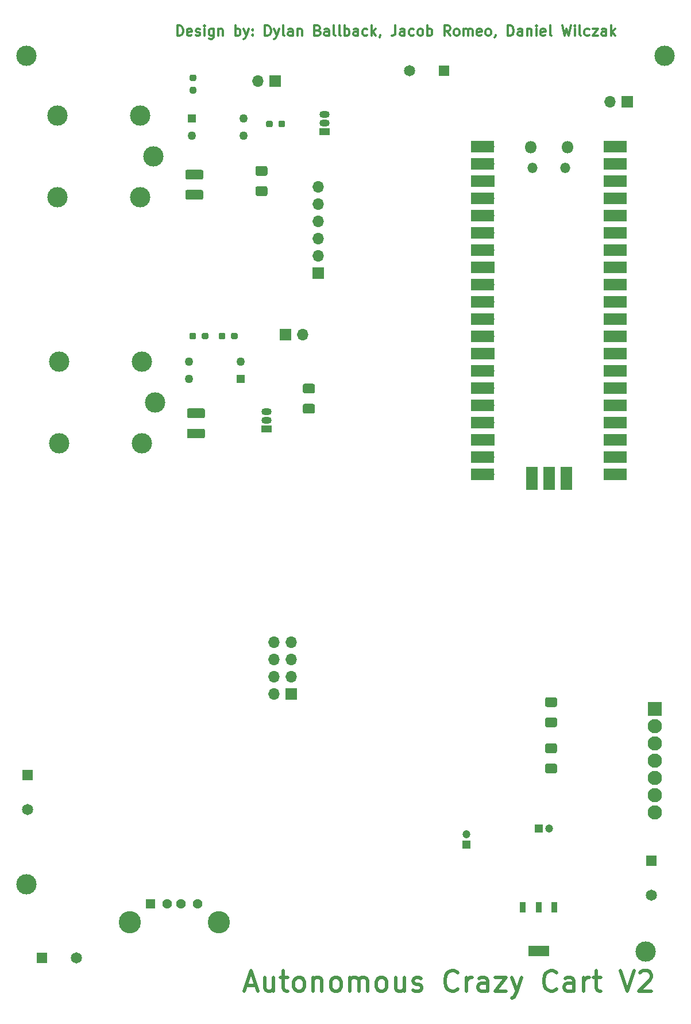
<source format=gbr>
G04 #@! TF.GenerationSoftware,KiCad,Pcbnew,(5.1.10-1-10_14)*
G04 #@! TF.CreationDate,2021-10-13T16:24:28-04:00*
G04 #@! TF.ProjectId,CC_PCB_V1,43435f50-4342-45f5-9631-2e6b69636164,10/13/2021*
G04 #@! TF.SameCoordinates,Original*
G04 #@! TF.FileFunction,Soldermask,Top*
G04 #@! TF.FilePolarity,Negative*
%FSLAX46Y46*%
G04 Gerber Fmt 4.6, Leading zero omitted, Abs format (unit mm)*
G04 Created by KiCad (PCBNEW (5.1.10-1-10_14)) date 2021-10-13 16:24:28*
%MOMM*%
%LPD*%
G01*
G04 APERTURE LIST*
%ADD10C,0.300000*%
%ADD11C,0.500000*%
%ADD12C,3.276000*%
%ADD13C,1.428000*%
%ADD14R,1.428000X1.428000*%
%ADD15C,1.200000*%
%ADD16R,1.200000X1.200000*%
%ADD17C,3.000000*%
%ADD18R,1.500000X1.050000*%
%ADD19O,1.500000X1.050000*%
%ADD20C,1.260000*%
%ADD21R,1.260000X1.260000*%
%ADD22O,1.700000X1.700000*%
%ADD23R,1.700000X1.700000*%
%ADD24C,1.650000*%
%ADD25R,1.650000X1.650000*%
%ADD26R,3.098800X1.600200*%
%ADD27R,0.838200X1.600200*%
%ADD28R,1.700000X3.500000*%
%ADD29O,1.500000X1.500000*%
%ADD30O,1.800000X1.800000*%
%ADD31R,3.500000X1.700000*%
%ADD32C,2.100000*%
%ADD33R,2.100000X2.100000*%
G04 APERTURE END LIST*
D10*
X82214285Y-19078571D02*
X82214285Y-17578571D01*
X82571428Y-17578571D01*
X82785714Y-17650000D01*
X82928571Y-17792857D01*
X83000000Y-17935714D01*
X83071428Y-18221428D01*
X83071428Y-18435714D01*
X83000000Y-18721428D01*
X82928571Y-18864285D01*
X82785714Y-19007142D01*
X82571428Y-19078571D01*
X82214285Y-19078571D01*
X84285714Y-19007142D02*
X84142857Y-19078571D01*
X83857142Y-19078571D01*
X83714285Y-19007142D01*
X83642857Y-18864285D01*
X83642857Y-18292857D01*
X83714285Y-18150000D01*
X83857142Y-18078571D01*
X84142857Y-18078571D01*
X84285714Y-18150000D01*
X84357142Y-18292857D01*
X84357142Y-18435714D01*
X83642857Y-18578571D01*
X84928571Y-19007142D02*
X85071428Y-19078571D01*
X85357142Y-19078571D01*
X85500000Y-19007142D01*
X85571428Y-18864285D01*
X85571428Y-18792857D01*
X85500000Y-18650000D01*
X85357142Y-18578571D01*
X85142857Y-18578571D01*
X85000000Y-18507142D01*
X84928571Y-18364285D01*
X84928571Y-18292857D01*
X85000000Y-18150000D01*
X85142857Y-18078571D01*
X85357142Y-18078571D01*
X85500000Y-18150000D01*
X86214285Y-19078571D02*
X86214285Y-18078571D01*
X86214285Y-17578571D02*
X86142857Y-17650000D01*
X86214285Y-17721428D01*
X86285714Y-17650000D01*
X86214285Y-17578571D01*
X86214285Y-17721428D01*
X87571428Y-18078571D02*
X87571428Y-19292857D01*
X87500000Y-19435714D01*
X87428571Y-19507142D01*
X87285714Y-19578571D01*
X87071428Y-19578571D01*
X86928571Y-19507142D01*
X87571428Y-19007142D02*
X87428571Y-19078571D01*
X87142857Y-19078571D01*
X87000000Y-19007142D01*
X86928571Y-18935714D01*
X86857142Y-18792857D01*
X86857142Y-18364285D01*
X86928571Y-18221428D01*
X87000000Y-18150000D01*
X87142857Y-18078571D01*
X87428571Y-18078571D01*
X87571428Y-18150000D01*
X88285714Y-18078571D02*
X88285714Y-19078571D01*
X88285714Y-18221428D02*
X88357142Y-18150000D01*
X88500000Y-18078571D01*
X88714285Y-18078571D01*
X88857142Y-18150000D01*
X88928571Y-18292857D01*
X88928571Y-19078571D01*
X90785714Y-19078571D02*
X90785714Y-17578571D01*
X90785714Y-18150000D02*
X90928571Y-18078571D01*
X91214285Y-18078571D01*
X91357142Y-18150000D01*
X91428571Y-18221428D01*
X91500000Y-18364285D01*
X91500000Y-18792857D01*
X91428571Y-18935714D01*
X91357142Y-19007142D01*
X91214285Y-19078571D01*
X90928571Y-19078571D01*
X90785714Y-19007142D01*
X92000000Y-18078571D02*
X92357142Y-19078571D01*
X92714285Y-18078571D02*
X92357142Y-19078571D01*
X92214285Y-19435714D01*
X92142857Y-19507142D01*
X92000000Y-19578571D01*
X93285714Y-18935714D02*
X93357142Y-19007142D01*
X93285714Y-19078571D01*
X93214285Y-19007142D01*
X93285714Y-18935714D01*
X93285714Y-19078571D01*
X93285714Y-18150000D02*
X93357142Y-18221428D01*
X93285714Y-18292857D01*
X93214285Y-18221428D01*
X93285714Y-18150000D01*
X93285714Y-18292857D01*
X95142857Y-19078571D02*
X95142857Y-17578571D01*
X95500000Y-17578571D01*
X95714285Y-17650000D01*
X95857142Y-17792857D01*
X95928571Y-17935714D01*
X96000000Y-18221428D01*
X96000000Y-18435714D01*
X95928571Y-18721428D01*
X95857142Y-18864285D01*
X95714285Y-19007142D01*
X95500000Y-19078571D01*
X95142857Y-19078571D01*
X96500000Y-18078571D02*
X96857142Y-19078571D01*
X97214285Y-18078571D02*
X96857142Y-19078571D01*
X96714285Y-19435714D01*
X96642857Y-19507142D01*
X96500000Y-19578571D01*
X98000000Y-19078571D02*
X97857142Y-19007142D01*
X97785714Y-18864285D01*
X97785714Y-17578571D01*
X99214285Y-19078571D02*
X99214285Y-18292857D01*
X99142857Y-18150000D01*
X99000000Y-18078571D01*
X98714285Y-18078571D01*
X98571428Y-18150000D01*
X99214285Y-19007142D02*
X99071428Y-19078571D01*
X98714285Y-19078571D01*
X98571428Y-19007142D01*
X98500000Y-18864285D01*
X98500000Y-18721428D01*
X98571428Y-18578571D01*
X98714285Y-18507142D01*
X99071428Y-18507142D01*
X99214285Y-18435714D01*
X99928571Y-18078571D02*
X99928571Y-19078571D01*
X99928571Y-18221428D02*
X100000000Y-18150000D01*
X100142857Y-18078571D01*
X100357142Y-18078571D01*
X100500000Y-18150000D01*
X100571428Y-18292857D01*
X100571428Y-19078571D01*
X102928571Y-18292857D02*
X103142857Y-18364285D01*
X103214285Y-18435714D01*
X103285714Y-18578571D01*
X103285714Y-18792857D01*
X103214285Y-18935714D01*
X103142857Y-19007142D01*
X103000000Y-19078571D01*
X102428571Y-19078571D01*
X102428571Y-17578571D01*
X102928571Y-17578571D01*
X103071428Y-17650000D01*
X103142857Y-17721428D01*
X103214285Y-17864285D01*
X103214285Y-18007142D01*
X103142857Y-18150000D01*
X103071428Y-18221428D01*
X102928571Y-18292857D01*
X102428571Y-18292857D01*
X104571428Y-19078571D02*
X104571428Y-18292857D01*
X104500000Y-18150000D01*
X104357142Y-18078571D01*
X104071428Y-18078571D01*
X103928571Y-18150000D01*
X104571428Y-19007142D02*
X104428571Y-19078571D01*
X104071428Y-19078571D01*
X103928571Y-19007142D01*
X103857142Y-18864285D01*
X103857142Y-18721428D01*
X103928571Y-18578571D01*
X104071428Y-18507142D01*
X104428571Y-18507142D01*
X104571428Y-18435714D01*
X105500000Y-19078571D02*
X105357142Y-19007142D01*
X105285714Y-18864285D01*
X105285714Y-17578571D01*
X106285714Y-19078571D02*
X106142857Y-19007142D01*
X106071428Y-18864285D01*
X106071428Y-17578571D01*
X106857142Y-19078571D02*
X106857142Y-17578571D01*
X106857142Y-18150000D02*
X107000000Y-18078571D01*
X107285714Y-18078571D01*
X107428571Y-18150000D01*
X107500000Y-18221428D01*
X107571428Y-18364285D01*
X107571428Y-18792857D01*
X107500000Y-18935714D01*
X107428571Y-19007142D01*
X107285714Y-19078571D01*
X107000000Y-19078571D01*
X106857142Y-19007142D01*
X108857142Y-19078571D02*
X108857142Y-18292857D01*
X108785714Y-18150000D01*
X108642857Y-18078571D01*
X108357142Y-18078571D01*
X108214285Y-18150000D01*
X108857142Y-19007142D02*
X108714285Y-19078571D01*
X108357142Y-19078571D01*
X108214285Y-19007142D01*
X108142857Y-18864285D01*
X108142857Y-18721428D01*
X108214285Y-18578571D01*
X108357142Y-18507142D01*
X108714285Y-18507142D01*
X108857142Y-18435714D01*
X110214285Y-19007142D02*
X110071428Y-19078571D01*
X109785714Y-19078571D01*
X109642857Y-19007142D01*
X109571428Y-18935714D01*
X109500000Y-18792857D01*
X109500000Y-18364285D01*
X109571428Y-18221428D01*
X109642857Y-18150000D01*
X109785714Y-18078571D01*
X110071428Y-18078571D01*
X110214285Y-18150000D01*
X110857142Y-19078571D02*
X110857142Y-17578571D01*
X111000000Y-18507142D02*
X111428571Y-19078571D01*
X111428571Y-18078571D02*
X110857142Y-18650000D01*
X112142857Y-19007142D02*
X112142857Y-19078571D01*
X112071428Y-19221428D01*
X112000000Y-19292857D01*
X114357142Y-17578571D02*
X114357142Y-18650000D01*
X114285714Y-18864285D01*
X114142857Y-19007142D01*
X113928571Y-19078571D01*
X113785714Y-19078571D01*
X115714285Y-19078571D02*
X115714285Y-18292857D01*
X115642857Y-18150000D01*
X115500000Y-18078571D01*
X115214285Y-18078571D01*
X115071428Y-18150000D01*
X115714285Y-19007142D02*
X115571428Y-19078571D01*
X115214285Y-19078571D01*
X115071428Y-19007142D01*
X115000000Y-18864285D01*
X115000000Y-18721428D01*
X115071428Y-18578571D01*
X115214285Y-18507142D01*
X115571428Y-18507142D01*
X115714285Y-18435714D01*
X117071428Y-19007142D02*
X116928571Y-19078571D01*
X116642857Y-19078571D01*
X116500000Y-19007142D01*
X116428571Y-18935714D01*
X116357142Y-18792857D01*
X116357142Y-18364285D01*
X116428571Y-18221428D01*
X116500000Y-18150000D01*
X116642857Y-18078571D01*
X116928571Y-18078571D01*
X117071428Y-18150000D01*
X117928571Y-19078571D02*
X117785714Y-19007142D01*
X117714285Y-18935714D01*
X117642857Y-18792857D01*
X117642857Y-18364285D01*
X117714285Y-18221428D01*
X117785714Y-18150000D01*
X117928571Y-18078571D01*
X118142857Y-18078571D01*
X118285714Y-18150000D01*
X118357142Y-18221428D01*
X118428571Y-18364285D01*
X118428571Y-18792857D01*
X118357142Y-18935714D01*
X118285714Y-19007142D01*
X118142857Y-19078571D01*
X117928571Y-19078571D01*
X119071428Y-19078571D02*
X119071428Y-17578571D01*
X119071428Y-18150000D02*
X119214285Y-18078571D01*
X119500000Y-18078571D01*
X119642857Y-18150000D01*
X119714285Y-18221428D01*
X119785714Y-18364285D01*
X119785714Y-18792857D01*
X119714285Y-18935714D01*
X119642857Y-19007142D01*
X119500000Y-19078571D01*
X119214285Y-19078571D01*
X119071428Y-19007142D01*
X122428571Y-19078571D02*
X121928571Y-18364285D01*
X121571428Y-19078571D02*
X121571428Y-17578571D01*
X122142857Y-17578571D01*
X122285714Y-17650000D01*
X122357142Y-17721428D01*
X122428571Y-17864285D01*
X122428571Y-18078571D01*
X122357142Y-18221428D01*
X122285714Y-18292857D01*
X122142857Y-18364285D01*
X121571428Y-18364285D01*
X123285714Y-19078571D02*
X123142857Y-19007142D01*
X123071428Y-18935714D01*
X123000000Y-18792857D01*
X123000000Y-18364285D01*
X123071428Y-18221428D01*
X123142857Y-18150000D01*
X123285714Y-18078571D01*
X123500000Y-18078571D01*
X123642857Y-18150000D01*
X123714285Y-18221428D01*
X123785714Y-18364285D01*
X123785714Y-18792857D01*
X123714285Y-18935714D01*
X123642857Y-19007142D01*
X123500000Y-19078571D01*
X123285714Y-19078571D01*
X124428571Y-19078571D02*
X124428571Y-18078571D01*
X124428571Y-18221428D02*
X124500000Y-18150000D01*
X124642857Y-18078571D01*
X124857142Y-18078571D01*
X125000000Y-18150000D01*
X125071428Y-18292857D01*
X125071428Y-19078571D01*
X125071428Y-18292857D02*
X125142857Y-18150000D01*
X125285714Y-18078571D01*
X125500000Y-18078571D01*
X125642857Y-18150000D01*
X125714285Y-18292857D01*
X125714285Y-19078571D01*
X127000000Y-19007142D02*
X126857142Y-19078571D01*
X126571428Y-19078571D01*
X126428571Y-19007142D01*
X126357142Y-18864285D01*
X126357142Y-18292857D01*
X126428571Y-18150000D01*
X126571428Y-18078571D01*
X126857142Y-18078571D01*
X127000000Y-18150000D01*
X127071428Y-18292857D01*
X127071428Y-18435714D01*
X126357142Y-18578571D01*
X127928571Y-19078571D02*
X127785714Y-19007142D01*
X127714285Y-18935714D01*
X127642857Y-18792857D01*
X127642857Y-18364285D01*
X127714285Y-18221428D01*
X127785714Y-18150000D01*
X127928571Y-18078571D01*
X128142857Y-18078571D01*
X128285714Y-18150000D01*
X128357142Y-18221428D01*
X128428571Y-18364285D01*
X128428571Y-18792857D01*
X128357142Y-18935714D01*
X128285714Y-19007142D01*
X128142857Y-19078571D01*
X127928571Y-19078571D01*
X129142857Y-19007142D02*
X129142857Y-19078571D01*
X129071428Y-19221428D01*
X129000000Y-19292857D01*
X130928571Y-19078571D02*
X130928571Y-17578571D01*
X131285714Y-17578571D01*
X131500000Y-17650000D01*
X131642857Y-17792857D01*
X131714285Y-17935714D01*
X131785714Y-18221428D01*
X131785714Y-18435714D01*
X131714285Y-18721428D01*
X131642857Y-18864285D01*
X131500000Y-19007142D01*
X131285714Y-19078571D01*
X130928571Y-19078571D01*
X133071428Y-19078571D02*
X133071428Y-18292857D01*
X133000000Y-18150000D01*
X132857142Y-18078571D01*
X132571428Y-18078571D01*
X132428571Y-18150000D01*
X133071428Y-19007142D02*
X132928571Y-19078571D01*
X132571428Y-19078571D01*
X132428571Y-19007142D01*
X132357142Y-18864285D01*
X132357142Y-18721428D01*
X132428571Y-18578571D01*
X132571428Y-18507142D01*
X132928571Y-18507142D01*
X133071428Y-18435714D01*
X133785714Y-18078571D02*
X133785714Y-19078571D01*
X133785714Y-18221428D02*
X133857142Y-18150000D01*
X134000000Y-18078571D01*
X134214285Y-18078571D01*
X134357142Y-18150000D01*
X134428571Y-18292857D01*
X134428571Y-19078571D01*
X135142857Y-19078571D02*
X135142857Y-18078571D01*
X135142857Y-17578571D02*
X135071428Y-17650000D01*
X135142857Y-17721428D01*
X135214285Y-17650000D01*
X135142857Y-17578571D01*
X135142857Y-17721428D01*
X136428571Y-19007142D02*
X136285714Y-19078571D01*
X136000000Y-19078571D01*
X135857142Y-19007142D01*
X135785714Y-18864285D01*
X135785714Y-18292857D01*
X135857142Y-18150000D01*
X136000000Y-18078571D01*
X136285714Y-18078571D01*
X136428571Y-18150000D01*
X136500000Y-18292857D01*
X136500000Y-18435714D01*
X135785714Y-18578571D01*
X137357142Y-19078571D02*
X137214285Y-19007142D01*
X137142857Y-18864285D01*
X137142857Y-17578571D01*
X138928571Y-17578571D02*
X139285714Y-19078571D01*
X139571428Y-18007142D01*
X139857142Y-19078571D01*
X140214285Y-17578571D01*
X140785714Y-19078571D02*
X140785714Y-18078571D01*
X140785714Y-17578571D02*
X140714285Y-17650000D01*
X140785714Y-17721428D01*
X140857142Y-17650000D01*
X140785714Y-17578571D01*
X140785714Y-17721428D01*
X141714285Y-19078571D02*
X141571428Y-19007142D01*
X141500000Y-18864285D01*
X141500000Y-17578571D01*
X142928571Y-19007142D02*
X142785714Y-19078571D01*
X142500000Y-19078571D01*
X142357142Y-19007142D01*
X142285714Y-18935714D01*
X142214285Y-18792857D01*
X142214285Y-18364285D01*
X142285714Y-18221428D01*
X142357142Y-18150000D01*
X142500000Y-18078571D01*
X142785714Y-18078571D01*
X142928571Y-18150000D01*
X143428571Y-18078571D02*
X144214285Y-18078571D01*
X143428571Y-19078571D01*
X144214285Y-19078571D01*
X145428571Y-19078571D02*
X145428571Y-18292857D01*
X145357142Y-18150000D01*
X145214285Y-18078571D01*
X144928571Y-18078571D01*
X144785714Y-18150000D01*
X145428571Y-19007142D02*
X145285714Y-19078571D01*
X144928571Y-19078571D01*
X144785714Y-19007142D01*
X144714285Y-18864285D01*
X144714285Y-18721428D01*
X144785714Y-18578571D01*
X144928571Y-18507142D01*
X145285714Y-18507142D01*
X145428571Y-18435714D01*
X146142857Y-19078571D02*
X146142857Y-17578571D01*
X146285714Y-18507142D02*
X146714285Y-19078571D01*
X146714285Y-18078571D02*
X146142857Y-18650000D01*
D11*
X92380357Y-158909000D02*
X93808928Y-158909000D01*
X92094642Y-159766142D02*
X93094642Y-156766142D01*
X94094642Y-159766142D01*
X96380357Y-157766142D02*
X96380357Y-159766142D01*
X95094642Y-157766142D02*
X95094642Y-159337571D01*
X95237500Y-159623285D01*
X95523214Y-159766142D01*
X95951785Y-159766142D01*
X96237500Y-159623285D01*
X96380357Y-159480428D01*
X97380357Y-157766142D02*
X98523214Y-157766142D01*
X97808928Y-156766142D02*
X97808928Y-159337571D01*
X97951785Y-159623285D01*
X98237500Y-159766142D01*
X98523214Y-159766142D01*
X99951785Y-159766142D02*
X99666071Y-159623285D01*
X99523214Y-159480428D01*
X99380357Y-159194714D01*
X99380357Y-158337571D01*
X99523214Y-158051857D01*
X99666071Y-157909000D01*
X99951785Y-157766142D01*
X100380357Y-157766142D01*
X100666071Y-157909000D01*
X100808928Y-158051857D01*
X100951785Y-158337571D01*
X100951785Y-159194714D01*
X100808928Y-159480428D01*
X100666071Y-159623285D01*
X100380357Y-159766142D01*
X99951785Y-159766142D01*
X102237500Y-157766142D02*
X102237500Y-159766142D01*
X102237500Y-158051857D02*
X102380357Y-157909000D01*
X102666071Y-157766142D01*
X103094642Y-157766142D01*
X103380357Y-157909000D01*
X103523214Y-158194714D01*
X103523214Y-159766142D01*
X105380357Y-159766142D02*
X105094642Y-159623285D01*
X104951785Y-159480428D01*
X104808928Y-159194714D01*
X104808928Y-158337571D01*
X104951785Y-158051857D01*
X105094642Y-157909000D01*
X105380357Y-157766142D01*
X105808928Y-157766142D01*
X106094642Y-157909000D01*
X106237500Y-158051857D01*
X106380357Y-158337571D01*
X106380357Y-159194714D01*
X106237500Y-159480428D01*
X106094642Y-159623285D01*
X105808928Y-159766142D01*
X105380357Y-159766142D01*
X107666071Y-159766142D02*
X107666071Y-157766142D01*
X107666071Y-158051857D02*
X107808928Y-157909000D01*
X108094642Y-157766142D01*
X108523214Y-157766142D01*
X108808928Y-157909000D01*
X108951785Y-158194714D01*
X108951785Y-159766142D01*
X108951785Y-158194714D02*
X109094642Y-157909000D01*
X109380357Y-157766142D01*
X109808928Y-157766142D01*
X110094642Y-157909000D01*
X110237500Y-158194714D01*
X110237500Y-159766142D01*
X112094642Y-159766142D02*
X111808928Y-159623285D01*
X111666071Y-159480428D01*
X111523214Y-159194714D01*
X111523214Y-158337571D01*
X111666071Y-158051857D01*
X111808928Y-157909000D01*
X112094642Y-157766142D01*
X112523214Y-157766142D01*
X112808928Y-157909000D01*
X112951785Y-158051857D01*
X113094642Y-158337571D01*
X113094642Y-159194714D01*
X112951785Y-159480428D01*
X112808928Y-159623285D01*
X112523214Y-159766142D01*
X112094642Y-159766142D01*
X115666071Y-157766142D02*
X115666071Y-159766142D01*
X114380357Y-157766142D02*
X114380357Y-159337571D01*
X114523214Y-159623285D01*
X114808928Y-159766142D01*
X115237500Y-159766142D01*
X115523214Y-159623285D01*
X115666071Y-159480428D01*
X116951785Y-159623285D02*
X117237500Y-159766142D01*
X117808928Y-159766142D01*
X118094642Y-159623285D01*
X118237500Y-159337571D01*
X118237500Y-159194714D01*
X118094642Y-158909000D01*
X117808928Y-158766142D01*
X117380357Y-158766142D01*
X117094642Y-158623285D01*
X116951785Y-158337571D01*
X116951785Y-158194714D01*
X117094642Y-157909000D01*
X117380357Y-157766142D01*
X117808928Y-157766142D01*
X118094642Y-157909000D01*
X123523214Y-159480428D02*
X123380357Y-159623285D01*
X122951785Y-159766142D01*
X122666071Y-159766142D01*
X122237500Y-159623285D01*
X121951785Y-159337571D01*
X121808928Y-159051857D01*
X121666071Y-158480428D01*
X121666071Y-158051857D01*
X121808928Y-157480428D01*
X121951785Y-157194714D01*
X122237500Y-156909000D01*
X122666071Y-156766142D01*
X122951785Y-156766142D01*
X123380357Y-156909000D01*
X123523214Y-157051857D01*
X124808928Y-159766142D02*
X124808928Y-157766142D01*
X124808928Y-158337571D02*
X124951785Y-158051857D01*
X125094642Y-157909000D01*
X125380357Y-157766142D01*
X125666071Y-157766142D01*
X127951785Y-159766142D02*
X127951785Y-158194714D01*
X127808928Y-157909000D01*
X127523214Y-157766142D01*
X126951785Y-157766142D01*
X126666071Y-157909000D01*
X127951785Y-159623285D02*
X127666071Y-159766142D01*
X126951785Y-159766142D01*
X126666071Y-159623285D01*
X126523214Y-159337571D01*
X126523214Y-159051857D01*
X126666071Y-158766142D01*
X126951785Y-158623285D01*
X127666071Y-158623285D01*
X127951785Y-158480428D01*
X129094642Y-157766142D02*
X130666071Y-157766142D01*
X129094642Y-159766142D01*
X130666071Y-159766142D01*
X131523214Y-157766142D02*
X132237500Y-159766142D01*
X132951785Y-157766142D02*
X132237500Y-159766142D01*
X131951785Y-160480428D01*
X131808928Y-160623285D01*
X131523214Y-160766142D01*
X138094642Y-159480428D02*
X137951785Y-159623285D01*
X137523214Y-159766142D01*
X137237500Y-159766142D01*
X136808928Y-159623285D01*
X136523214Y-159337571D01*
X136380357Y-159051857D01*
X136237500Y-158480428D01*
X136237500Y-158051857D01*
X136380357Y-157480428D01*
X136523214Y-157194714D01*
X136808928Y-156909000D01*
X137237500Y-156766142D01*
X137523214Y-156766142D01*
X137951785Y-156909000D01*
X138094642Y-157051857D01*
X140666071Y-159766142D02*
X140666071Y-158194714D01*
X140523214Y-157909000D01*
X140237500Y-157766142D01*
X139666071Y-157766142D01*
X139380357Y-157909000D01*
X140666071Y-159623285D02*
X140380357Y-159766142D01*
X139666071Y-159766142D01*
X139380357Y-159623285D01*
X139237500Y-159337571D01*
X139237500Y-159051857D01*
X139380357Y-158766142D01*
X139666071Y-158623285D01*
X140380357Y-158623285D01*
X140666071Y-158480428D01*
X142094642Y-159766142D02*
X142094642Y-157766142D01*
X142094642Y-158337571D02*
X142237500Y-158051857D01*
X142380357Y-157909000D01*
X142666071Y-157766142D01*
X142951785Y-157766142D01*
X143523214Y-157766142D02*
X144666071Y-157766142D01*
X143951785Y-156766142D02*
X143951785Y-159337571D01*
X144094642Y-159623285D01*
X144380357Y-159766142D01*
X144666071Y-159766142D01*
X147523214Y-156766142D02*
X148523214Y-159766142D01*
X149523214Y-156766142D01*
X150380357Y-157051857D02*
X150523214Y-156909000D01*
X150808928Y-156766142D01*
X151523214Y-156766142D01*
X151808928Y-156909000D01*
X151951785Y-157051857D01*
X152094642Y-157337571D01*
X152094642Y-157623285D01*
X151951785Y-158051857D01*
X150237500Y-159766142D01*
X152094642Y-159766142D01*
G36*
G01*
X137925000Y-117925000D02*
X136675000Y-117925000D01*
G75*
G02*
X136425000Y-117675000I0J250000D01*
G01*
X136425000Y-116750000D01*
G75*
G02*
X136675000Y-116500000I250000J0D01*
G01*
X137925000Y-116500000D01*
G75*
G02*
X138175000Y-116750000I0J-250000D01*
G01*
X138175000Y-117675000D01*
G75*
G02*
X137925000Y-117925000I-250000J0D01*
G01*
G37*
G36*
G01*
X137925000Y-120900000D02*
X136675000Y-120900000D01*
G75*
G02*
X136425000Y-120650000I0J250000D01*
G01*
X136425000Y-119725000D01*
G75*
G02*
X136675000Y-119475000I250000J0D01*
G01*
X137925000Y-119475000D01*
G75*
G02*
X138175000Y-119725000I0J-250000D01*
G01*
X138175000Y-120650000D01*
G75*
G02*
X137925000Y-120900000I-250000J0D01*
G01*
G37*
G36*
G01*
X137925000Y-124725000D02*
X136675000Y-124725000D01*
G75*
G02*
X136425000Y-124475000I0J250000D01*
G01*
X136425000Y-123550000D01*
G75*
G02*
X136675000Y-123300000I250000J0D01*
G01*
X137925000Y-123300000D01*
G75*
G02*
X138175000Y-123550000I0J-250000D01*
G01*
X138175000Y-124475000D01*
G75*
G02*
X137925000Y-124725000I-250000J0D01*
G01*
G37*
G36*
G01*
X137925000Y-127700000D02*
X136675000Y-127700000D01*
G75*
G02*
X136425000Y-127450000I0J250000D01*
G01*
X136425000Y-126525000D01*
G75*
G02*
X136675000Y-126275000I250000J0D01*
G01*
X137925000Y-126275000D01*
G75*
G02*
X138175000Y-126525000I0J-250000D01*
G01*
X138175000Y-127450000D01*
G75*
G02*
X137925000Y-127700000I-250000J0D01*
G01*
G37*
D12*
X88307200Y-149618700D03*
X75167200Y-149618700D03*
D13*
X85237200Y-146908700D03*
X82737200Y-146908700D03*
X80737200Y-146908700D03*
D14*
X78237200Y-146908700D03*
D15*
X124828300Y-136663300D03*
D16*
X124828300Y-138163300D03*
D15*
X137021700Y-135851900D03*
D16*
X135521700Y-135851900D03*
G36*
G01*
X84975000Y-63062500D02*
X84975000Y-63537500D01*
G75*
G02*
X84737500Y-63775000I-237500J0D01*
G01*
X84237500Y-63775000D01*
G75*
G02*
X84000000Y-63537500I0J237500D01*
G01*
X84000000Y-63062500D01*
G75*
G02*
X84237500Y-62825000I237500J0D01*
G01*
X84737500Y-62825000D01*
G75*
G02*
X84975000Y-63062500I0J-237500D01*
G01*
G37*
G36*
G01*
X86800000Y-63062500D02*
X86800000Y-63537500D01*
G75*
G02*
X86562500Y-63775000I-237500J0D01*
G01*
X86062500Y-63775000D01*
G75*
G02*
X85825000Y-63537500I0J237500D01*
G01*
X85825000Y-63062500D01*
G75*
G02*
X86062500Y-62825000I237500J0D01*
G01*
X86562500Y-62825000D01*
G75*
G02*
X86800000Y-63062500I0J-237500D01*
G01*
G37*
G36*
G01*
X96262000Y-31830000D02*
X96262000Y-32305000D01*
G75*
G02*
X96024500Y-32542500I-237500J0D01*
G01*
X95524500Y-32542500D01*
G75*
G02*
X95287000Y-32305000I0J237500D01*
G01*
X95287000Y-31830000D01*
G75*
G02*
X95524500Y-31592500I237500J0D01*
G01*
X96024500Y-31592500D01*
G75*
G02*
X96262000Y-31830000I0J-237500D01*
G01*
G37*
G36*
G01*
X98087000Y-31830000D02*
X98087000Y-32305000D01*
G75*
G02*
X97849500Y-32542500I-237500J0D01*
G01*
X97349500Y-32542500D01*
G75*
G02*
X97112000Y-32305000I0J237500D01*
G01*
X97112000Y-31830000D01*
G75*
G02*
X97349500Y-31592500I237500J0D01*
G01*
X97849500Y-31592500D01*
G75*
G02*
X98087000Y-31830000I0J-237500D01*
G01*
G37*
G36*
G01*
X89275000Y-63062500D02*
X89275000Y-63537500D01*
G75*
G02*
X89037500Y-63775000I-237500J0D01*
G01*
X88537500Y-63775000D01*
G75*
G02*
X88300000Y-63537500I0J237500D01*
G01*
X88300000Y-63062500D01*
G75*
G02*
X88537500Y-62825000I237500J0D01*
G01*
X89037500Y-62825000D01*
G75*
G02*
X89275000Y-63062500I0J-237500D01*
G01*
G37*
G36*
G01*
X91100000Y-63062500D02*
X91100000Y-63537500D01*
G75*
G02*
X90862500Y-63775000I-237500J0D01*
G01*
X90362500Y-63775000D01*
G75*
G02*
X90125000Y-63537500I0J237500D01*
G01*
X90125000Y-63062500D01*
G75*
G02*
X90362500Y-62825000I237500J0D01*
G01*
X90862500Y-62825000D01*
G75*
G02*
X91100000Y-63062500I0J-237500D01*
G01*
G37*
G36*
G01*
X84281000Y-26610500D02*
X84756000Y-26610500D01*
G75*
G02*
X84993500Y-26848000I0J-237500D01*
G01*
X84993500Y-27348000D01*
G75*
G02*
X84756000Y-27585500I-237500J0D01*
G01*
X84281000Y-27585500D01*
G75*
G02*
X84043500Y-27348000I0J237500D01*
G01*
X84043500Y-26848000D01*
G75*
G02*
X84281000Y-26610500I237500J0D01*
G01*
G37*
G36*
G01*
X84281000Y-24785500D02*
X84756000Y-24785500D01*
G75*
G02*
X84993500Y-25023000I0J-237500D01*
G01*
X84993500Y-25523000D01*
G75*
G02*
X84756000Y-25760500I-237500J0D01*
G01*
X84281000Y-25760500D01*
G75*
G02*
X84043500Y-25523000I0J237500D01*
G01*
X84043500Y-25023000D01*
G75*
G02*
X84281000Y-24785500I237500J0D01*
G01*
G37*
G36*
G01*
X86038000Y-75388500D02*
X83888000Y-75388500D01*
G75*
G02*
X83638000Y-75138500I0J250000D01*
G01*
X83638000Y-74213500D01*
G75*
G02*
X83888000Y-73963500I250000J0D01*
G01*
X86038000Y-73963500D01*
G75*
G02*
X86288000Y-74213500I0J-250000D01*
G01*
X86288000Y-75138500D01*
G75*
G02*
X86038000Y-75388500I-250000J0D01*
G01*
G37*
G36*
G01*
X86038000Y-78363500D02*
X83888000Y-78363500D01*
G75*
G02*
X83638000Y-78113500I0J250000D01*
G01*
X83638000Y-77188500D01*
G75*
G02*
X83888000Y-76938500I250000J0D01*
G01*
X86038000Y-76938500D01*
G75*
G02*
X86288000Y-77188500I0J-250000D01*
G01*
X86288000Y-78113500D01*
G75*
G02*
X86038000Y-78363500I-250000J0D01*
G01*
G37*
G36*
G01*
X85784000Y-40246000D02*
X83634000Y-40246000D01*
G75*
G02*
X83384000Y-39996000I0J250000D01*
G01*
X83384000Y-39071000D01*
G75*
G02*
X83634000Y-38821000I250000J0D01*
G01*
X85784000Y-38821000D01*
G75*
G02*
X86034000Y-39071000I0J-250000D01*
G01*
X86034000Y-39996000D01*
G75*
G02*
X85784000Y-40246000I-250000J0D01*
G01*
G37*
G36*
G01*
X85784000Y-43221000D02*
X83634000Y-43221000D01*
G75*
G02*
X83384000Y-42971000I0J250000D01*
G01*
X83384000Y-42046000D01*
G75*
G02*
X83634000Y-41796000I250000J0D01*
G01*
X85784000Y-41796000D01*
G75*
G02*
X86034000Y-42046000I0J-250000D01*
G01*
X86034000Y-42971000D01*
G75*
G02*
X85784000Y-43221000I-250000J0D01*
G01*
G37*
G36*
G01*
X102225000Y-71742000D02*
X100975000Y-71742000D01*
G75*
G02*
X100725000Y-71492000I0J250000D01*
G01*
X100725000Y-70567000D01*
G75*
G02*
X100975000Y-70317000I250000J0D01*
G01*
X102225000Y-70317000D01*
G75*
G02*
X102475000Y-70567000I0J-250000D01*
G01*
X102475000Y-71492000D01*
G75*
G02*
X102225000Y-71742000I-250000J0D01*
G01*
G37*
G36*
G01*
X102225000Y-74717000D02*
X100975000Y-74717000D01*
G75*
G02*
X100725000Y-74467000I0J250000D01*
G01*
X100725000Y-73542000D01*
G75*
G02*
X100975000Y-73292000I250000J0D01*
G01*
X102225000Y-73292000D01*
G75*
G02*
X102475000Y-73542000I0J-250000D01*
G01*
X102475000Y-74467000D01*
G75*
G02*
X102225000Y-74717000I-250000J0D01*
G01*
G37*
G36*
G01*
X95240000Y-39701500D02*
X93990000Y-39701500D01*
G75*
G02*
X93740000Y-39451500I0J250000D01*
G01*
X93740000Y-38526500D01*
G75*
G02*
X93990000Y-38276500I250000J0D01*
G01*
X95240000Y-38276500D01*
G75*
G02*
X95490000Y-38526500I0J-250000D01*
G01*
X95490000Y-39451500D01*
G75*
G02*
X95240000Y-39701500I-250000J0D01*
G01*
G37*
G36*
G01*
X95240000Y-42676500D02*
X93990000Y-42676500D01*
G75*
G02*
X93740000Y-42426500I0J250000D01*
G01*
X93740000Y-41501500D01*
G75*
G02*
X93990000Y-41251500I250000J0D01*
G01*
X95240000Y-41251500D01*
G75*
G02*
X95490000Y-41501500I0J-250000D01*
G01*
X95490000Y-42426500D01*
G75*
G02*
X95240000Y-42676500I-250000J0D01*
G01*
G37*
D17*
X78970000Y-73056000D03*
X76970000Y-79056000D03*
X64770000Y-79056000D03*
X64770000Y-67056000D03*
X76970000Y-67056000D03*
X78716000Y-36861000D03*
X76716000Y-42861000D03*
X64516000Y-42861000D03*
X64516000Y-30861000D03*
X76716000Y-30861000D03*
D18*
X95377000Y-76962000D03*
D19*
X95377000Y-74422000D03*
X95377000Y-75692000D03*
D18*
X103949500Y-33210500D03*
D19*
X103949500Y-30670500D03*
X103949500Y-31940500D03*
D20*
X83947000Y-69596000D03*
X83947000Y-67056000D03*
X91567000Y-67056000D03*
D21*
X91567000Y-69596000D03*
D20*
X91948000Y-31242000D03*
X91948000Y-33782000D03*
X84328000Y-33782000D03*
D21*
X84328000Y-31242000D03*
D22*
X145948400Y-28816300D03*
D23*
X148488400Y-28816300D03*
D24*
X67360800Y-154889200D03*
D25*
X62280800Y-154889200D03*
D24*
X116471700Y-24244300D03*
D25*
X121551700Y-24244300D03*
D22*
X100685600Y-63080900D03*
D23*
X98145600Y-63080900D03*
D22*
X94107000Y-25781000D03*
D23*
X96647000Y-25781000D03*
D22*
X103000000Y-41300000D03*
X103000000Y-43840000D03*
X103000000Y-46380000D03*
X103000000Y-48920000D03*
X103000000Y-51460000D03*
D23*
X103000000Y-54000000D03*
D22*
X96460000Y-108380000D03*
X99000000Y-108380000D03*
X96460000Y-110920000D03*
X99000000Y-110920000D03*
X96460000Y-113460000D03*
X99000000Y-113460000D03*
X96460000Y-116000000D03*
D23*
X99000000Y-116000000D03*
D17*
X151200000Y-153900000D03*
X60000000Y-22000000D03*
X60000000Y-144000000D03*
X154000000Y-22000000D03*
D24*
X152100000Y-145640000D03*
D25*
X152100000Y-140560000D03*
D26*
X135458200Y-153835100D03*
D27*
X133146800Y-147434300D03*
X135458200Y-147434300D03*
X137769600Y-147434300D03*
D22*
X139540000Y-83400000D03*
D28*
X139540000Y-84300000D03*
D23*
X137000000Y-83400000D03*
D28*
X137000000Y-84300000D03*
D22*
X134460000Y-83400000D03*
D28*
X134460000Y-84300000D03*
D29*
X139425000Y-38530000D03*
X134575000Y-38530000D03*
D30*
X139725000Y-35500000D03*
X134275000Y-35500000D03*
D31*
X146790000Y-83630000D03*
X146790000Y-81090000D03*
X146790000Y-78550000D03*
X146790000Y-76010000D03*
X146790000Y-73470000D03*
X146790000Y-70930000D03*
X146790000Y-68390000D03*
X146790000Y-65850000D03*
X146790000Y-63310000D03*
X146790000Y-60770000D03*
X146790000Y-58230000D03*
X146790000Y-55690000D03*
X146790000Y-53150000D03*
X146790000Y-50610000D03*
X146790000Y-48070000D03*
X146790000Y-45530000D03*
X146790000Y-42990000D03*
X146790000Y-40450000D03*
X146790000Y-37910000D03*
X146790000Y-35370000D03*
X127210000Y-83630000D03*
X127210000Y-81090000D03*
X127210000Y-78550000D03*
X127210000Y-76010000D03*
X127210000Y-73470000D03*
X127210000Y-70930000D03*
X127210000Y-68390000D03*
X127210000Y-65850000D03*
X127210000Y-63310000D03*
X127210000Y-60770000D03*
X127210000Y-58230000D03*
X127210000Y-55690000D03*
X127210000Y-53150000D03*
X127210000Y-50610000D03*
X127210000Y-48070000D03*
X127210000Y-45530000D03*
X127210000Y-42990000D03*
X127210000Y-40450000D03*
X127210000Y-37910000D03*
X127210000Y-35370000D03*
D22*
X145890000Y-35370000D03*
X145890000Y-37910000D03*
D23*
X145890000Y-40450000D03*
D22*
X145890000Y-42990000D03*
X145890000Y-45530000D03*
X145890000Y-48070000D03*
X145890000Y-50610000D03*
D23*
X145890000Y-53150000D03*
D22*
X145890000Y-55690000D03*
X145890000Y-58230000D03*
X145890000Y-60770000D03*
X145890000Y-63310000D03*
D23*
X145890000Y-65850000D03*
D22*
X145890000Y-68390000D03*
X145890000Y-70930000D03*
X145890000Y-73470000D03*
X145890000Y-76010000D03*
D23*
X145890000Y-78550000D03*
D22*
X145890000Y-81090000D03*
X145890000Y-83630000D03*
X128110000Y-83630000D03*
X128110000Y-81090000D03*
D23*
X128110000Y-78550000D03*
D22*
X128110000Y-76010000D03*
X128110000Y-73470000D03*
X128110000Y-70930000D03*
X128110000Y-68390000D03*
D23*
X128110000Y-65850000D03*
D22*
X128110000Y-63310000D03*
X128110000Y-60770000D03*
X128110000Y-58230000D03*
X128110000Y-55690000D03*
D23*
X128110000Y-53150000D03*
D22*
X128110000Y-50610000D03*
X128110000Y-48070000D03*
X128110000Y-45530000D03*
X128110000Y-42990000D03*
D23*
X128110000Y-40450000D03*
D22*
X128110000Y-37910000D03*
X128110000Y-35370000D03*
D32*
X152600000Y-133440000D03*
X152600000Y-130900000D03*
X152600000Y-128360000D03*
X152600000Y-125820000D03*
X152600000Y-123280000D03*
X152600000Y-120740000D03*
D33*
X152600000Y-118200000D03*
D24*
X60096400Y-133019800D03*
D25*
X60096400Y-127939800D03*
M02*

</source>
